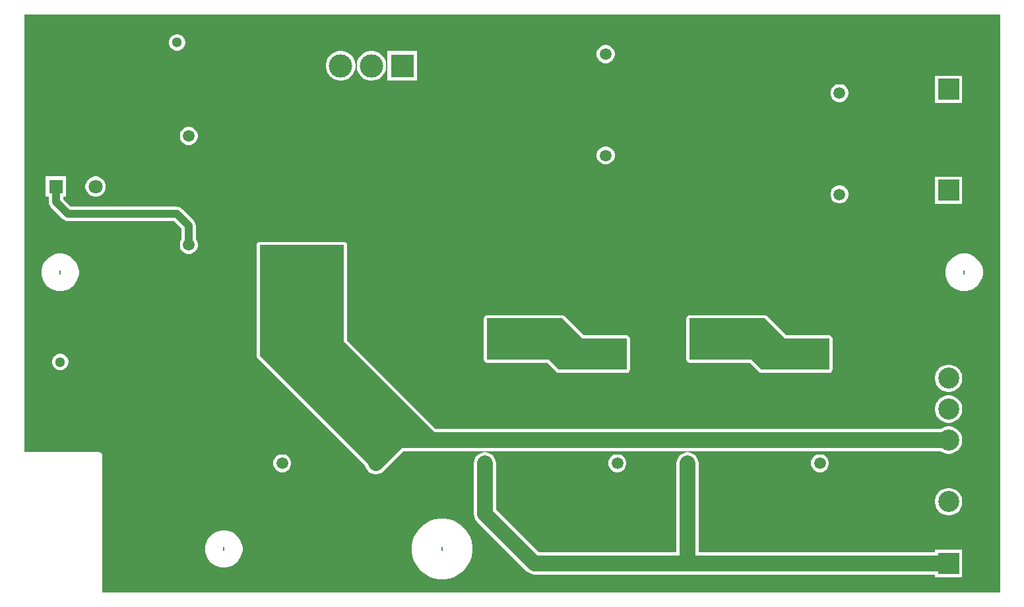
<source format=gbr>
%TF.GenerationSoftware,Altium Limited,Altium Designer,23.5.1 (21)*%
G04 Layer_Physical_Order=2*
G04 Layer_Color=14461039*
%FSLAX45Y45*%
%MOMM*%
%TF.SameCoordinates,237DEE5C-C98C-4AD3-A281-37170FB057C8*%
%TF.FilePolarity,Positive*%
%TF.FileFunction,Copper,L2,Bot,Signal*%
%TF.Part,Single*%
G01*
G75*
%TA.AperFunction,Conductor*%
%ADD17C,1.00000*%
%ADD20C,2.00000*%
%TA.AperFunction,ComponentPad*%
%ADD24C,1.50000*%
%ADD25R,3.00000X3.00000*%
%ADD26C,3.00000*%
%ADD27R,2.70000X2.70000*%
%ADD28C,2.70000*%
%ADD29R,1.30000X1.30000*%
%ADD30C,1.30000*%
%ADD31R,1.30000X1.30000*%
%TA.AperFunction,WasherPad*%
%ADD32O,0.25000X0.52500*%
%TA.AperFunction,ComponentPad*%
%ADD33R,1.80000X1.80000*%
%ADD34C,1.80000*%
%TA.AperFunction,ViaPad*%
%ADD36C,1.00000*%
G36*
X13559218Y1040782D02*
X2040782D01*
Y2799999D01*
X2037678Y2815606D01*
X2028837Y2828837D01*
X2015606Y2837678D01*
X1999999Y2840782D01*
X1040782D01*
Y8459218D01*
X13559218D01*
Y1040782D01*
D02*
G37*
%LPC*%
G36*
X3013824Y8205000D02*
X2986177D01*
X2959472Y8197844D01*
X2935529Y8184021D01*
X2915979Y8164471D01*
X2902156Y8140529D01*
X2895000Y8113823D01*
Y8086177D01*
X2902156Y8059472D01*
X2915979Y8035529D01*
X2935529Y8015979D01*
X2959472Y8002156D01*
X2986177Y7995000D01*
X3013824D01*
X3040529Y8002156D01*
X3064471Y8015979D01*
X3084021Y8035529D01*
X3097844Y8059472D01*
X3105000Y8086177D01*
Y8113823D01*
X3097844Y8140529D01*
X3084021Y8164471D01*
X3064471Y8184021D01*
X3040529Y8197844D01*
X3013824Y8205000D01*
D02*
G37*
G36*
X8515140Y8065000D02*
X8484860D01*
X8455612Y8057163D01*
X8429389Y8042023D01*
X8407977Y8020612D01*
X8392837Y7994388D01*
X8385000Y7965140D01*
Y7934860D01*
X8392837Y7905612D01*
X8407977Y7879389D01*
X8429389Y7857977D01*
X8455612Y7842837D01*
X8484860Y7835000D01*
X8515140D01*
X8544388Y7842837D01*
X8570612Y7857977D01*
X8592023Y7879389D01*
X8607163Y7905612D01*
X8615000Y7934860D01*
Y7965140D01*
X8607163Y7994388D01*
X8592023Y8020612D01*
X8570612Y8042023D01*
X8544388Y8057163D01*
X8515140Y8065000D01*
D02*
G37*
G36*
X6080000Y7990000D02*
X5700000D01*
Y7610000D01*
X6080000D01*
Y7990000D01*
D02*
G37*
G36*
X5512713D02*
X5475286D01*
X5438579Y7982698D01*
X5404001Y7968375D01*
X5372882Y7947582D01*
X5346418Y7921118D01*
X5325624Y7889998D01*
X5311302Y7855421D01*
X5304000Y7818713D01*
Y7781286D01*
X5311302Y7744579D01*
X5325624Y7710001D01*
X5346418Y7678882D01*
X5372882Y7652418D01*
X5404001Y7631624D01*
X5438579Y7617302D01*
X5475286Y7610000D01*
X5512713D01*
X5549421Y7617302D01*
X5583998Y7631624D01*
X5615118Y7652418D01*
X5641582Y7678882D01*
X5662376Y7710001D01*
X5676698Y7744579D01*
X5684000Y7781286D01*
Y7818713D01*
X5676698Y7855421D01*
X5662376Y7889998D01*
X5641582Y7921118D01*
X5615118Y7947582D01*
X5583998Y7968375D01*
X5549421Y7982698D01*
X5512713Y7990000D01*
D02*
G37*
G36*
X5116713D02*
X5079287D01*
X5042579Y7982698D01*
X5008001Y7968375D01*
X4976882Y7947582D01*
X4950418Y7921118D01*
X4929624Y7889998D01*
X4915302Y7855421D01*
X4908000Y7818713D01*
Y7781286D01*
X4915302Y7744579D01*
X4929624Y7710001D01*
X4950418Y7678882D01*
X4976882Y7652418D01*
X5008001Y7631624D01*
X5042579Y7617302D01*
X5079287Y7610000D01*
X5116713D01*
X5153421Y7617302D01*
X5187999Y7631624D01*
X5219118Y7652418D01*
X5245582Y7678882D01*
X5266376Y7710001D01*
X5280698Y7744579D01*
X5288000Y7781286D01*
Y7818713D01*
X5280698Y7855421D01*
X5266376Y7889998D01*
X5245582Y7921118D01*
X5219118Y7947582D01*
X5187999Y7968375D01*
X5153421Y7982698D01*
X5116713Y7990000D01*
D02*
G37*
G36*
X11515140Y7565000D02*
X11484860D01*
X11455612Y7557163D01*
X11429389Y7542023D01*
X11407977Y7520612D01*
X11392837Y7494388D01*
X11385000Y7465140D01*
Y7434860D01*
X11392837Y7405612D01*
X11407977Y7379389D01*
X11429389Y7357977D01*
X11455612Y7342837D01*
X11484860Y7335000D01*
X11515140D01*
X11544388Y7342837D01*
X11570612Y7357977D01*
X11592023Y7379389D01*
X11607163Y7405612D01*
X11615000Y7434860D01*
Y7465140D01*
X11607163Y7494388D01*
X11592023Y7520612D01*
X11570612Y7542023D01*
X11544388Y7557163D01*
X11515140Y7565000D01*
D02*
G37*
G36*
X13075000Y7675000D02*
X12725000D01*
Y7325000D01*
X13075000D01*
Y7675000D01*
D02*
G37*
G36*
X3165140Y7015000D02*
X3134860D01*
X3105612Y7007163D01*
X3079389Y6992023D01*
X3057977Y6970611D01*
X3042837Y6944388D01*
X3035000Y6915140D01*
Y6884860D01*
X3042837Y6855612D01*
X3057977Y6829388D01*
X3079389Y6807977D01*
X3105612Y6792837D01*
X3134860Y6785000D01*
X3165140D01*
X3194388Y6792837D01*
X3220612Y6807977D01*
X3242023Y6829388D01*
X3257163Y6855612D01*
X3265000Y6884860D01*
Y6915140D01*
X3257163Y6944388D01*
X3242023Y6970611D01*
X3220612Y6992023D01*
X3194388Y7007163D01*
X3165140Y7015000D01*
D02*
G37*
G36*
X8515140Y6765000D02*
X8484860D01*
X8455612Y6757163D01*
X8429389Y6742023D01*
X8407977Y6720611D01*
X8392837Y6694388D01*
X8385000Y6665140D01*
Y6634860D01*
X8392837Y6605612D01*
X8407977Y6579388D01*
X8429389Y6557977D01*
X8455612Y6542837D01*
X8484860Y6535000D01*
X8515140D01*
X8544388Y6542837D01*
X8570612Y6557977D01*
X8592023Y6579388D01*
X8607163Y6605612D01*
X8615000Y6634860D01*
Y6665140D01*
X8607163Y6694388D01*
X8592023Y6720611D01*
X8570612Y6742023D01*
X8544388Y6757163D01*
X8515140Y6765000D01*
D02*
G37*
G36*
X1971115Y6380000D02*
X1936885D01*
X1903822Y6371141D01*
X1874178Y6354026D01*
X1849974Y6329822D01*
X1832859Y6300178D01*
X1824000Y6267115D01*
Y6232885D01*
X1832859Y6199822D01*
X1849974Y6170179D01*
X1874178Y6145974D01*
X1903822Y6128860D01*
X1936885Y6120000D01*
X1971115D01*
X2004178Y6128860D01*
X2033821Y6145974D01*
X2058026Y6170179D01*
X2075140Y6199822D01*
X2084000Y6232885D01*
Y6267115D01*
X2075140Y6300178D01*
X2058026Y6329822D01*
X2033821Y6354026D01*
X2004178Y6371141D01*
X1971115Y6380000D01*
D02*
G37*
G36*
X11515140Y6265000D02*
X11484860D01*
X11455612Y6257163D01*
X11429389Y6242023D01*
X11407977Y6220611D01*
X11392837Y6194388D01*
X11385000Y6165140D01*
Y6134860D01*
X11392837Y6105612D01*
X11407977Y6079388D01*
X11429389Y6057977D01*
X11455612Y6042837D01*
X11484860Y6035000D01*
X11515140D01*
X11544388Y6042837D01*
X11570612Y6057977D01*
X11592023Y6079388D01*
X11607163Y6105612D01*
X11615000Y6134860D01*
Y6165140D01*
X11607163Y6194388D01*
X11592023Y6220611D01*
X11570612Y6242023D01*
X11544388Y6257163D01*
X11515140Y6265000D01*
D02*
G37*
G36*
X13075000Y6377000D02*
X12725000D01*
Y6027000D01*
X13075000D01*
Y6377000D01*
D02*
G37*
G36*
X1576000Y6380000D02*
X1316000D01*
Y6120000D01*
X1355224D01*
Y6054000D01*
X1358317Y6030505D01*
X1367385Y6008612D01*
X1381811Y5989811D01*
X1535812Y5835811D01*
X1554612Y5821385D01*
X1576505Y5812317D01*
X1600000Y5809223D01*
X1600002Y5809224D01*
X2962399D01*
X3059224Y5712399D01*
Y5571858D01*
X3057977Y5570611D01*
X3042837Y5544388D01*
X3035000Y5515140D01*
Y5484860D01*
X3042837Y5455612D01*
X3057977Y5429388D01*
X3079389Y5407977D01*
X3105612Y5392837D01*
X3134860Y5385000D01*
X3165140D01*
X3194388Y5392837D01*
X3220612Y5407977D01*
X3242023Y5429388D01*
X3257163Y5455612D01*
X3265000Y5484860D01*
Y5515140D01*
X3257163Y5544388D01*
X3242023Y5570611D01*
X3240776Y5571858D01*
Y5750000D01*
X3237683Y5773495D01*
X3228615Y5795388D01*
X3214189Y5814189D01*
X3064189Y5964188D01*
X3045388Y5978614D01*
X3036320Y5982371D01*
X3023495Y5987683D01*
X3000000Y5990776D01*
X1637601D01*
X1536776Y6091601D01*
Y6120000D01*
X1576000D01*
Y6380000D01*
D02*
G37*
G36*
X13123637Y5390000D02*
X13076363D01*
X13029996Y5380777D01*
X12986317Y5362685D01*
X12947009Y5336420D01*
X12913580Y5302991D01*
X12887315Y5263682D01*
X12869223Y5220005D01*
X12860001Y5173638D01*
Y5126362D01*
X12869223Y5079994D01*
X12887315Y5036317D01*
X12913580Y4997009D01*
X12947009Y4963580D01*
X12986317Y4937315D01*
X13029996Y4919223D01*
X13076363Y4910000D01*
X13123637D01*
X13170004Y4919223D01*
X13213683Y4937315D01*
X13252991Y4963580D01*
X13286420Y4997009D01*
X13312685Y5036317D01*
X13330777Y5079994D01*
X13339999Y5126362D01*
Y5173638D01*
X13330777Y5220005D01*
X13312685Y5263682D01*
X13286420Y5302991D01*
X13252991Y5336420D01*
X13213683Y5362685D01*
X13170004Y5380777D01*
X13123637Y5390000D01*
D02*
G37*
G36*
X1523638D02*
X1476362D01*
X1429995Y5380777D01*
X1386318Y5362685D01*
X1347009Y5336420D01*
X1313580Y5302991D01*
X1287315Y5263682D01*
X1269223Y5220005D01*
X1260000Y5173638D01*
Y5126362D01*
X1269223Y5079994D01*
X1287315Y5036317D01*
X1313580Y4997009D01*
X1347009Y4963580D01*
X1386318Y4937315D01*
X1429995Y4919223D01*
X1476362Y4910000D01*
X1523638D01*
X1570005Y4919223D01*
X1613683Y4937315D01*
X1652991Y4963580D01*
X1686420Y4997009D01*
X1712685Y5036317D01*
X1730777Y5079994D01*
X1740000Y5126362D01*
Y5173638D01*
X1730777Y5220005D01*
X1712685Y5263682D01*
X1686420Y5302991D01*
X1652991Y5336420D01*
X1613683Y5362685D01*
X1570005Y5380777D01*
X1523638Y5390000D01*
D02*
G37*
G36*
X1513823Y4105000D02*
X1486177D01*
X1459472Y4097844D01*
X1435529Y4084021D01*
X1415979Y4064471D01*
X1402156Y4040528D01*
X1395000Y4013823D01*
Y3986176D01*
X1402156Y3959471D01*
X1415979Y3935529D01*
X1435529Y3915979D01*
X1459472Y3902156D01*
X1486177Y3895000D01*
X1513823D01*
X1540529Y3902156D01*
X1564471Y3915979D01*
X1584021Y3935529D01*
X1597844Y3959471D01*
X1605000Y3986176D01*
Y4013823D01*
X1597844Y4040528D01*
X1584021Y4064471D01*
X1564471Y4084021D01*
X1540529Y4097844D01*
X1513823Y4105000D01*
D02*
G37*
G36*
X10540099Y4600760D02*
X10540098Y4600760D01*
X9576500D01*
X9560892Y4597656D01*
X9547661Y4588815D01*
X9538821Y4575584D01*
X9535716Y4559977D01*
Y4030000D01*
X9538821Y4014393D01*
X9547661Y4001161D01*
X9560892Y3992321D01*
X9576500Y3989216D01*
X10353107D01*
X10471161Y3871162D01*
X10484393Y3862321D01*
X10486982Y3861806D01*
X10500000Y3859216D01*
X10500001Y3859217D01*
X11370000D01*
X11385607Y3862321D01*
X11398838Y3871162D01*
X11407679Y3884393D01*
X11410783Y3900000D01*
Y4300000D01*
X11407679Y4315607D01*
X11398838Y4328838D01*
X11385607Y4337679D01*
X11370000Y4340784D01*
X10816969D01*
X10568938Y4588815D01*
X10555707Y4597656D01*
X10553117Y4598171D01*
X10540099Y4600760D01*
D02*
G37*
G36*
X7940099D02*
X7940098Y4600760D01*
X6976500D01*
X6960892Y4597656D01*
X6947661Y4588815D01*
X6938821Y4575584D01*
X6935716Y4559977D01*
Y4030000D01*
X6938821Y4014393D01*
X6947661Y4001161D01*
X6960892Y3992321D01*
X6976500Y3989216D01*
X7753107D01*
X7871161Y3871162D01*
X7884392Y3862321D01*
X7886982Y3861806D01*
X7900000Y3859216D01*
X7900001Y3859217D01*
X8770000D01*
X8785607Y3862321D01*
X8798838Y3871162D01*
X8807679Y3884393D01*
X8810783Y3900000D01*
Y4300000D01*
X8807679Y4315607D01*
X8798838Y4328838D01*
X8785607Y4337679D01*
X8770000Y4340784D01*
X8216969D01*
X7968938Y4588815D01*
X7955706Y4597656D01*
X7953117Y4598171D01*
X7940099Y4600760D01*
D02*
G37*
G36*
X12917236Y3965000D02*
X12882764D01*
X12848953Y3958275D01*
X12817107Y3945084D01*
X12788444Y3925932D01*
X12764069Y3901557D01*
X12744917Y3872894D01*
X12731725Y3841046D01*
X12725000Y3807236D01*
Y3772765D01*
X12731725Y3738955D01*
X12744917Y3707107D01*
X12764069Y3678445D01*
X12788444Y3654069D01*
X12817107Y3634918D01*
X12848953Y3621726D01*
X12882764Y3615001D01*
X12917236D01*
X12951047Y3621726D01*
X12982893Y3634918D01*
X13011555Y3654069D01*
X13035931Y3678445D01*
X13055083Y3707107D01*
X13068275Y3738955D01*
X13075000Y3772765D01*
Y3807236D01*
X13068275Y3841046D01*
X13055083Y3872894D01*
X13035931Y3901557D01*
X13011555Y3925932D01*
X12982893Y3945084D01*
X12951047Y3958275D01*
X12917236Y3965000D01*
D02*
G37*
G36*
Y3569000D02*
X12882764D01*
X12848953Y3562275D01*
X12817107Y3549083D01*
X12788444Y3529932D01*
X12764069Y3505556D01*
X12744917Y3476894D01*
X12731725Y3445046D01*
X12725000Y3411236D01*
Y3376764D01*
X12731725Y3342955D01*
X12744917Y3311107D01*
X12764069Y3282444D01*
X12788444Y3258069D01*
X12817107Y3238917D01*
X12848953Y3225726D01*
X12882764Y3219000D01*
X12917236D01*
X12951047Y3225726D01*
X12982893Y3238917D01*
X13011555Y3258069D01*
X13035931Y3282444D01*
X13055083Y3311107D01*
X13068275Y3342955D01*
X13075000Y3376764D01*
Y3411236D01*
X13068275Y3445046D01*
X13055083Y3476894D01*
X13035931Y3505556D01*
X13011555Y3529932D01*
X12982893Y3549083D01*
X12951047Y3562275D01*
X12917236Y3569000D01*
D02*
G37*
G36*
X5140000Y5540783D02*
X4060000D01*
X4044392Y5537679D01*
X4031161Y5528838D01*
X4022321Y5515607D01*
X4019216Y5500000D01*
Y4083934D01*
X4022321Y4068326D01*
X4031161Y4055095D01*
X5412208Y2674048D01*
X5413603Y2663453D01*
X5427710Y2629396D01*
X5450151Y2600151D01*
X5479396Y2577710D01*
X5513453Y2563603D01*
X5550000Y2558792D01*
X5586547Y2563603D01*
X5620604Y2577710D01*
X5649849Y2600151D01*
X5906490Y2856792D01*
X12796341D01*
X12817107Y2842917D01*
X12848953Y2829725D01*
X12882764Y2823000D01*
X12917236D01*
X12951047Y2829725D01*
X12982893Y2842917D01*
X13011555Y2862069D01*
X13035931Y2886444D01*
X13055083Y2915106D01*
X13068275Y2946954D01*
X13075000Y2980764D01*
Y3015236D01*
X13068275Y3049046D01*
X13055083Y3080894D01*
X13035931Y3109556D01*
X13011555Y3133932D01*
X12982893Y3153083D01*
X12951047Y3166275D01*
X12917236Y3173000D01*
X12882764D01*
X12848953Y3166275D01*
X12817107Y3153083D01*
X12796341Y3139208D01*
X6318468D01*
X5180784Y4276893D01*
Y5500000D01*
X5177679Y5515607D01*
X5168839Y5528838D01*
X5155607Y5537679D01*
X5140000Y5540783D01*
D02*
G37*
G36*
X11265140Y2815000D02*
X11234860D01*
X11205612Y2807163D01*
X11179388Y2792023D01*
X11157977Y2770611D01*
X11142837Y2744388D01*
X11135000Y2715140D01*
Y2684860D01*
X11142837Y2655612D01*
X11157977Y2629388D01*
X11179388Y2607977D01*
X11205612Y2592837D01*
X11234860Y2585000D01*
X11265140D01*
X11294388Y2592837D01*
X11320611Y2607977D01*
X11342023Y2629388D01*
X11357163Y2655612D01*
X11365000Y2684860D01*
Y2715140D01*
X11357163Y2744388D01*
X11342023Y2770611D01*
X11320611Y2792023D01*
X11294388Y2807163D01*
X11265140Y2815000D01*
D02*
G37*
G36*
X8665140D02*
X8634860D01*
X8605612Y2807163D01*
X8579388Y2792023D01*
X8557977Y2770611D01*
X8542837Y2744388D01*
X8535000Y2715140D01*
Y2684860D01*
X8542837Y2655612D01*
X8557977Y2629388D01*
X8579388Y2607977D01*
X8605612Y2592837D01*
X8634860Y2585000D01*
X8665140D01*
X8694388Y2592837D01*
X8720611Y2607977D01*
X8742023Y2629388D01*
X8757163Y2655612D01*
X8765000Y2684860D01*
Y2715140D01*
X8757163Y2744388D01*
X8742023Y2770611D01*
X8720611Y2792023D01*
X8694388Y2807163D01*
X8665140Y2815000D01*
D02*
G37*
G36*
X4365140D02*
X4334860D01*
X4305612Y2807163D01*
X4279388Y2792023D01*
X4257977Y2770611D01*
X4242837Y2744388D01*
X4235000Y2715140D01*
Y2684860D01*
X4242837Y2655612D01*
X4257977Y2629388D01*
X4279388Y2607977D01*
X4305612Y2592837D01*
X4334860Y2585000D01*
X4365140D01*
X4394388Y2592837D01*
X4420611Y2607977D01*
X4442023Y2629388D01*
X4457163Y2655612D01*
X4465000Y2684860D01*
Y2715140D01*
X4457163Y2744388D01*
X4442023Y2770611D01*
X4420611Y2792023D01*
X4394388Y2807163D01*
X4365140Y2815000D01*
D02*
G37*
G36*
X12917236Y2381000D02*
X12882764D01*
X12848953Y2374274D01*
X12817107Y2361083D01*
X12788444Y2341931D01*
X12764069Y2317556D01*
X12744917Y2288893D01*
X12731725Y2257045D01*
X12725000Y2223236D01*
Y2188764D01*
X12731725Y2154954D01*
X12744917Y2123106D01*
X12764069Y2094444D01*
X12788444Y2070068D01*
X12817107Y2050917D01*
X12848953Y2037725D01*
X12882764Y2031000D01*
X12917236D01*
X12951047Y2037725D01*
X12982893Y2050917D01*
X13011555Y2070068D01*
X13035931Y2094444D01*
X13055083Y2123106D01*
X13068275Y2154954D01*
X13075000Y2188764D01*
Y2223236D01*
X13068275Y2257045D01*
X13055083Y2288893D01*
X13035931Y2317556D01*
X13011555Y2341931D01*
X12982893Y2361083D01*
X12951047Y2374274D01*
X12917236Y2381000D01*
D02*
G37*
G36*
X9550000Y2841208D02*
X9513453Y2836396D01*
X9479396Y2822290D01*
X9450151Y2799849D01*
X9427710Y2770604D01*
X9413603Y2736547D01*
X9408792Y2700000D01*
Y1555207D01*
X7644491D01*
X7091208Y2108491D01*
Y2700000D01*
X7086396Y2736547D01*
X7072290Y2770604D01*
X7049849Y2799849D01*
X7020604Y2822290D01*
X6986547Y2836396D01*
X6950000Y2841208D01*
X6913453Y2836396D01*
X6879396Y2822290D01*
X6850151Y2799849D01*
X6827710Y2770604D01*
X6813603Y2736547D01*
X6808792Y2700000D01*
Y2050000D01*
X6813603Y2013453D01*
X6827710Y1979396D01*
X6850151Y1950151D01*
X7486152Y1314150D01*
X7515397Y1291709D01*
X7549454Y1277603D01*
X7586001Y1272791D01*
X12725000D01*
Y1238999D01*
X13075000D01*
Y1588999D01*
X12725000D01*
Y1555207D01*
X9691208D01*
Y2700000D01*
X9686396Y2736547D01*
X9672290Y2770604D01*
X9649849Y2799849D01*
X9620604Y2822290D01*
X9586547Y2836396D01*
X9550000Y2841208D01*
D02*
G37*
G36*
X3623638Y1840000D02*
X3576362D01*
X3529994Y1830777D01*
X3486317Y1812685D01*
X3447009Y1786420D01*
X3413580Y1752991D01*
X3387315Y1713683D01*
X3369223Y1670006D01*
X3360000Y1623638D01*
Y1576362D01*
X3369223Y1529995D01*
X3387315Y1486318D01*
X3413580Y1447009D01*
X3447009Y1413580D01*
X3486317Y1387315D01*
X3529994Y1369223D01*
X3576362Y1360000D01*
X3623638D01*
X3670005Y1369223D01*
X3713682Y1387315D01*
X3752991Y1413580D01*
X3786420Y1447009D01*
X3812685Y1486318D01*
X3830777Y1529995D01*
X3840000Y1576362D01*
Y1623638D01*
X3830777Y1670006D01*
X3812685Y1713683D01*
X3786420Y1752991D01*
X3752991Y1786420D01*
X3713682Y1812685D01*
X3670005Y1830777D01*
X3623638Y1840000D01*
D02*
G37*
G36*
X6430694Y1990000D02*
X6369306D01*
X6308675Y1980397D01*
X6250292Y1961427D01*
X6195595Y1933558D01*
X6145932Y1897476D01*
X6102524Y1854068D01*
X6066442Y1804405D01*
X6038573Y1749708D01*
X6019603Y1691325D01*
X6010000Y1630694D01*
Y1569306D01*
X6019603Y1508675D01*
X6038573Y1450292D01*
X6066442Y1395596D01*
X6102524Y1345932D01*
X6145932Y1302525D01*
X6195595Y1266442D01*
X6250292Y1238573D01*
X6308675Y1219603D01*
X6369306Y1210000D01*
X6430694D01*
X6491325Y1219603D01*
X6549708Y1238573D01*
X6604404Y1266442D01*
X6654068Y1302525D01*
X6697475Y1345932D01*
X6733558Y1395596D01*
X6761427Y1450292D01*
X6780397Y1508675D01*
X6790000Y1569306D01*
Y1630694D01*
X6780397Y1691325D01*
X6761427Y1749708D01*
X6733558Y1804405D01*
X6697475Y1854068D01*
X6654068Y1897476D01*
X6604404Y1933558D01*
X6549708Y1961427D01*
X6491325Y1980397D01*
X6430694Y1990000D01*
D02*
G37*
%LPD*%
G36*
X10800076Y4300000D02*
X11370000D01*
Y3900000D01*
X10500000D01*
X10370000Y4030000D01*
X9576500D01*
Y4559977D01*
X10540099D01*
X10800076Y4300000D01*
D02*
G37*
G36*
X8200076D02*
X8770000D01*
Y3900000D01*
X7900000D01*
X7770000Y4030000D01*
X6976500D01*
Y4559977D01*
X7940099D01*
X8200076Y4300000D01*
D02*
G37*
G36*
X5140000Y4260000D02*
X6388267Y3011733D01*
X6383406Y3000000D01*
X5850000D01*
X5496967Y2646967D01*
X4060000Y4083934D01*
Y5500000D01*
X5140000D01*
Y4260000D01*
D02*
G37*
D17*
X1446000Y6054000D02*
Y6250000D01*
Y6054000D02*
X1600000Y5900000D01*
X3000000D01*
X3150000Y5750000D01*
Y5500000D02*
Y5750000D01*
D20*
X6950000Y2050000D02*
Y2700000D01*
Y2050000D02*
X7586001Y1413999D01*
X9550000D01*
Y2700000D01*
Y1413999D02*
X12900000D01*
X5550000Y2700000D02*
X5848000Y2998000D01*
X12900000D01*
D24*
X8150000Y2700000D02*
D03*
X8650000D02*
D03*
X8500000Y7950000D02*
D03*
Y7450000D02*
D03*
Y6650000D02*
D03*
Y6150000D02*
D03*
X11500000D02*
D03*
Y6650000D02*
D03*
Y7450000D02*
D03*
Y7950000D02*
D03*
X3150000Y6900000D02*
D03*
X2650000D02*
D03*
X6950000Y2700000D02*
D03*
X7450000D02*
D03*
X11250000D02*
D03*
X10750000D02*
D03*
X9550000D02*
D03*
X10050000D02*
D03*
X6050000D02*
D03*
X5550000D02*
D03*
X4350000D02*
D03*
X4850000D02*
D03*
X3150000Y5500000D02*
D03*
X2650000D02*
D03*
D25*
X5890000Y7800000D02*
D03*
D26*
X5494000D02*
D03*
X5098000D02*
D03*
X4702000D02*
D03*
X4306000D02*
D03*
X3910000D02*
D03*
D27*
X12900000Y1413999D02*
D03*
Y7500000D02*
D03*
Y6202000D02*
D03*
D28*
Y1809999D02*
D03*
Y2206000D02*
D03*
Y2602000D02*
D03*
Y2998000D02*
D03*
Y3394000D02*
D03*
Y3790001D02*
D03*
Y4186001D02*
D03*
Y7896000D02*
D03*
Y6598000D02*
D03*
D29*
X1500000Y4200000D02*
D03*
D30*
Y4000000D02*
D03*
X3000000Y8100000D02*
D03*
D31*
X2800000D02*
D03*
D32*
X6400000Y1600000D02*
D03*
X13100000Y5150000D02*
D03*
X1500000D02*
D03*
X3600000Y1600000D02*
D03*
D33*
X1446000Y6250000D02*
D03*
D34*
X1700000D02*
D03*
X1954000D02*
D03*
D36*
X7030000Y4100000D02*
D03*
Y4300000D02*
D03*
Y4500000D02*
D03*
X8500000Y4200000D02*
D03*
X8700000D02*
D03*
X8300000D02*
D03*
Y4000000D02*
D03*
X8500000D02*
D03*
X8700000D02*
D03*
X11300000D02*
D03*
X11100000D02*
D03*
X10900000D02*
D03*
Y4200000D02*
D03*
X11300000D02*
D03*
X11100000D02*
D03*
X9630000Y4500000D02*
D03*
Y4300000D02*
D03*
Y4100000D02*
D03*
X9800000Y5400000D02*
D03*
X10000000D02*
D03*
X10200000D02*
D03*
X9600000D02*
D03*
X9400000D02*
D03*
X7200000D02*
D03*
X7400000D02*
D03*
X7600000D02*
D03*
X7000000D02*
D03*
X6800000D02*
D03*
X4200000D02*
D03*
X4400000D02*
D03*
X5000000D02*
D03*
X4800000D02*
D03*
X4600000D02*
D03*
X3500000Y3000000D02*
D03*
X3300000D02*
D03*
X3100000D02*
D03*
Y3200000D02*
D03*
X3500000D02*
D03*
X3300000D02*
D03*
%TF.MD5,c07bc1d65a82cd1ca615543b22bb8dee*%
M02*

</source>
